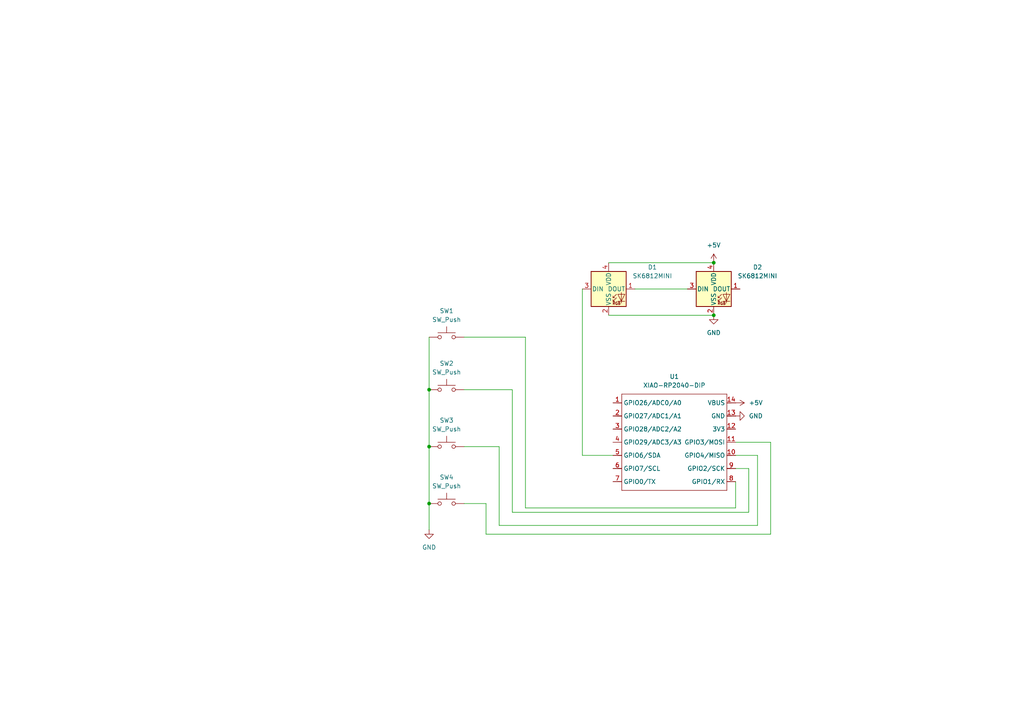
<source format=kicad_sch>
(kicad_sch (version 20231120) (generator "eeschema") (generator_version "8.0")
  (paper "A4")
  (lib_symbols
    (symbol "LED:SK6812MINI" (pin_names (offset 0.254))
      (property "Reference" "D" (at 5.08 5.715 0))
      (property "Value" "SK6812MINI" (at 1.27 -5.715 0))
      (symbol "SK6812MINI_0_0"
        (text "RGB" (at 2.286 -4.191 0) (effects (font (size 0.762 0.762))))
      )
      (symbol "SK6812MINI_0_1"
        (polyline (pts (xy 1.27 -3.556) (xy 1.778 -3.556)))
        (polyline (pts (xy 1.27 -2.54) (xy 1.778 -2.54)))
        (polyline (pts (xy 4.699 -3.556) (xy 2.667 -3.556)))
        (polyline (pts (xy 2.286 -2.54) (xy 1.27 -3.556) (xy 1.27 -3.048)))
        (polyline (pts (xy 2.286 -1.524) (xy 1.27 -2.54) (xy 1.27 -2.032)))
        (polyline (pts (xy 3.683 -1.016) (xy 3.683 -3.556) (xy 3.683 -4.064)))
        (polyline (pts (xy 4.699 -1.524) (xy 2.667 -1.524) (xy 3.683 -3.556) (xy 4.699 -1.524)))
        (rectangle (start 5.08 5.08) (end -5.08 -5.08) (stroke (width 0.254)) (fill (type background)))
      )
      (symbol "SK6812MINI_1_1"
        (pin output line (at 7.62 0 180) (length 2.54) (name "DOUT") (number "1"))
        (pin power_in line (at 0 -7.62 90) (length 2.54) (name "VSS") (number "2"))
        (pin input line (at -7.62 0 0) (length 2.54) (name "DIN") (number "3"))
        (pin power_in line (at 0 7.62 270) (length 2.54) (name "VDD") (number "4"))
      )
    )
    (symbol "OPL:XIAO-RP2040-DIP"
      (property "Reference" "U" (at 0 0 0))
      (property "Value" "XIAO-RP2040-DIP" (at 5.334 -1.778 0))
      (symbol "XIAO-RP2040-DIP_1_0"
        (polyline (pts (xy -1.27 -30.48) (xy -1.27 -16.51)) (stroke (width 0.1524)))
        (polyline (pts (xy -1.27 -27.94) (xy -2.54 -27.94)) (stroke (width 0.1524)))
        (polyline (pts (xy -1.27 -24.13) (xy -2.54 -24.13)) (stroke (width 0.1524)))
        (polyline (pts (xy -1.27 -20.32) (xy -2.54 -20.32)) (stroke (width 0.1524)))
        (polyline (pts (xy -1.27 -16.51) (xy -2.54 -16.51)) (stroke (width 0.1524)))
        (polyline (pts (xy -1.27 -16.51) (xy -1.27 -12.7)) (stroke (width 0.1524)))
        (polyline (pts (xy -1.27 -12.7) (xy -2.54 -12.7)) (stroke (width 0.1524)))
        (polyline (pts (xy -1.27 -12.7) (xy -1.27 -8.89)) (stroke (width 0.1524)))
        (polyline (pts (xy -1.27 -8.89) (xy -2.54 -8.89)) (stroke (width 0.1524)))
        (polyline (pts (xy -1.27 -8.89) (xy -1.27 -5.08)) (stroke (width 0.1524)))
        (polyline (pts (xy -1.27 -5.08) (xy -2.54 -5.08)) (stroke (width 0.1524)))
        (polyline (pts (xy -1.27 -5.08) (xy -1.27 -2.54)) (stroke (width 0.1524)))
        (polyline (pts (xy -1.27 -2.54) (xy 29.21 -2.54)) (stroke (width 0.1524)))
        (polyline (pts (xy 29.21 -30.48) (xy -1.27 -30.48)) (stroke (width 0.1524)))
        (polyline (pts (xy 29.21 -12.7) (xy 29.21 -30.48)) (stroke (width 0.1524)))
        (polyline (pts (xy 29.21 -8.89) (xy 29.21 -12.7)) (stroke (width 0.1524)))
        (polyline (pts (xy 29.21 -5.08) (xy 29.21 -8.89)) (stroke (width 0.1524)))
        (polyline (pts (xy 29.21 -2.54) (xy 29.21 -5.08)) (stroke (width 0.1524)))
        (polyline (pts (xy 30.48 -27.94) (xy 29.21 -27.94)) (stroke (width 0.1524)))
        (polyline (pts (xy 30.48 -24.13) (xy 29.21 -24.13)) (stroke (width 0.1524)))
        (polyline (pts (xy 30.48 -20.32) (xy 29.21 -20.32)) (stroke (width 0.1524)))
        (polyline (pts (xy 30.48 -16.51) (xy 29.21 -16.51)) (stroke (width 0.1524)))
        (polyline (pts (xy 30.48 -12.7) (xy 29.21 -12.7)) (stroke (width 0.1524)))
        (polyline (pts (xy 30.48 -8.89) (xy 29.21 -8.89)) (stroke (width 0.1524)))
        (polyline (pts (xy 30.48 -5.08) (xy 29.21 -5.08)) (stroke (width 0.1524)))
        (pin passive line (at -3.81 -5.08 0) (length 2.54) (name "GPIO26/ADC0/A0") (number "1"))
        (pin passive line (at 31.75 -20.32 180) (length 2.54) (name "GPIO4/MISO") (number "10"))
        (pin passive line (at 31.75 -16.51 180) (length 2.54) (name "GPIO3/MOSI") (number "11"))
        (pin passive line (at 31.75 -12.7 180) (length 2.54) (name "3V3") (number "12"))
        (pin passive line (at 31.75 -8.89 180) (length 2.54) (name "GND") (number "13"))
        (pin passive line (at 31.75 -5.08 180) (length 2.54) (name "VBUS") (number "14"))
        (pin passive line (at -3.81 -8.89 0) (length 2.54) (name "GPIO27/ADC1/A1") (number "2"))
        (pin passive line (at -3.81 -12.7 0) (length 2.54) (name "GPIO28/ADC2/A2") (number "3"))
        (pin passive line (at -3.81 -16.51 0) (length 2.54) (name "GPIO29/ADC3/A3") (number "4"))
        (pin passive line (at -3.81 -20.32 0) (length 2.54) (name "GPIO6/SDA") (number "5"))
        (pin passive line (at -3.81 -24.13 0) (length 2.54) (name "GPIO7/SCL") (number "6"))
        (pin passive line (at -3.81 -27.94 0) (length 2.54) (name "GPIO0/TX") (number "7"))
        (pin passive line (at 31.75 -27.94 180) (length 2.54) (name "GPIO1/RX") (number "8"))
        (pin passive line (at 31.75 -24.13 180) (length 2.54) (name "GPIO2/SCK") (number "9"))
      )
    )
    (symbol "Switch:SW_Push" (pin_numbers hide) (pin_names (offset 1.016) hide)
      (property "Reference" "SW" (at 1.27 2.54 0))
      (property "Value" "SW_Push" (at 0 -1.524 0))
      (symbol "SW_Push_0_1"
        (circle (center -2.032 0) (radius 0.508))
        (polyline (pts (xy 0 1.27) (xy 0 3.048)))
        (polyline (pts (xy 2.54 1.27) (xy -2.54 1.27)))
        (circle (center 2.032 0) (radius 0.508))
        (pin passive line (at -5.08 0 0) (length 2.54) (name "1") (number "1"))
        (pin passive line (at 5.08 0 180) (length 2.54) (name "2") (number "2"))
      )
    )
    (symbol "power:+5V" (power) (pin_numbers hide) (pin_names (offset 0) hide)
      (property "Value" "+5V" (at 0 3.556 0))
      (symbol "+5V_0_1"
        (polyline (pts (xy -0.762 1.27) (xy 0 2.54)))
        (polyline (pts (xy 0 0) (xy 0 2.54)))
        (polyline (pts (xy 0 2.54) (xy 0.762 1.27)))
      )
      (symbol "+5V_1_1"
        (pin power_in line (at 0 0 90) (length 0) (name "~") (number "1"))
      )
    )
    (symbol "power:GND" (power) (pin_numbers hide) (pin_names (offset 0) hide)
      (property "Value" "GND" (at 0 -3.81 0))
      (symbol "GND_0_1"
        (polyline (pts (xy 0 0) (xy 0 -1.27) (xy 1.27 -1.27) (xy 0 -2.54) (xy -1.27 -1.27) (xy 0 -1.27)))
      )
      (symbol "GND_1_1"
        (pin power_in line (at 0 0 270) (length 0) (name "~") (number "1"))
      )
    )
  )
  (junction (at 207.01 91.44))
  (junction (at 207.01 76.2))
  (junction (at 124.46 129.54))
  (junction (at 124.46 113.03))
  (junction (at 124.46 146.05))
  (wire (pts (xy 124.46 129.54) (xy 124.46 146.05)))
  (wire (pts (xy 144.78 129.54) (xy 144.78 152.4)))
  (wire (pts (xy 177.8 132.08) (xy 168.91 132.08)))
  (wire (pts (xy 124.46 97.79) (xy 124.46 113.03)))
  (wire (pts (xy 124.46 146.05) (xy 124.46 153.67)))
  (wire (pts (xy 213.36 139.7) (xy 213.36 147.32)))
  (wire (pts (xy 168.91 132.08) (xy 168.91 83.82)))
  (wire (pts (xy 144.78 152.4) (xy 219.71 152.4)))
  (wire (pts (xy 148.59 148.59) (xy 217.17 148.59)))
  (wire (pts (xy 213.36 132.08) (xy 219.71 132.08)))
  (wire (pts (xy 223.52 128.27) (xy 213.36 128.27)))
  (wire (pts (xy 184.15 83.82) (xy 199.39 83.82)))
  (wire (pts (xy 140.97 146.05) (xy 140.97 154.94)))
  (wire (pts (xy 124.46 113.03) (xy 124.46 129.54)))
  (wire (pts (xy 217.17 135.89) (xy 213.36 135.89)))
  (wire (pts (xy 176.53 91.44) (xy 207.01 91.44)))
  (wire (pts (xy 152.4 147.32) (xy 152.4 97.79)))
  (wire (pts (xy 134.62 113.03) (xy 148.59 113.03)))
  (wire (pts (xy 219.71 152.4) (xy 219.71 132.08)))
  (wire (pts (xy 148.59 113.03) (xy 148.59 148.59)))
  (wire (pts (xy 213.36 147.32) (xy 152.4 147.32)))
  (wire (pts (xy 223.52 154.94) (xy 223.52 128.27)))
  (wire (pts (xy 134.62 146.05) (xy 140.97 146.05)))
  (wire (pts (xy 176.53 76.2) (xy 207.01 76.2)))
  (wire (pts (xy 152.4 97.79) (xy 134.62 97.79)))
  (wire (pts (xy 140.97 154.94) (xy 223.52 154.94)))
  (wire (pts (xy 134.62 129.54) (xy 144.78 129.54)))
  (wire (pts (xy 217.17 148.59) (xy 217.17 135.89)))
  (symbol (lib_id "Switch:SW_Push") (at 129.54 113.03 0) (unit 1)
    (property "Reference" "SW2" (at 129.54 105.41 0))
    (property "Value" "SW_Push" (at 129.54 107.95 0))
    (property "Footprint" "Button_Switch_Keyboard:SW_Cherry_MX_1.00u_PCB" (effects (hide yes)))
    (property "Description" "Push button switch, generic, two pins" (effects (hide yes)))
  )
  (symbol (lib_id "power:GND") (at 124.46 153.67 0) (unit 1)
    (property "Reference" "#PWR01" (effects (hide yes)))
    (property "Value" "GND" (at 124.46 158.75 0))
    (property "Description" "Power symbol creates a global label with name \"GND\" , ground" (effects (hide yes)))
  )
  (symbol (lib_id "power:+5V") (at 213.36 116.84 270) (unit 1)
    (property "Reference" "#PWR04" (effects (hide yes)))
    (property "Value" "+5V" (at 217.17 116.8399 90) (effects (justify left)))
    (property "Description" "Power symbol creates a global label with name \"+5V\"" (effects (hide yes)))
  )
  (symbol (lib_id "LED:SK6812MINI") (at 207.01 83.82 0) (unit 1)
    (property "Reference" "D2" (at 219.71 77.5014 0))
    (property "Value" "SK6812MINI" (at 219.71 80.0414 0))
    (property "Footprint" "LED_SMD:LED_SK6812MINI_PLCC4_3.5x3.5mm_P1.75mm" (effects (hide yes)))
    (property "Datasheet" "https://cdn-shop.adafruit.com/product-files/2686/SK6812MINI_REV.01-1-2.pdf" (effects (hide yes)))
    (property "Description" "RGB LED with integrated controller" (effects (hide yes)))
  )
  (symbol (lib_id "Switch:SW_Push") (at 129.54 129.54 0) (unit 1)
    (property "Reference" "SW3" (at 129.54 121.92 0))
    (property "Value" "SW_Push" (at 129.54 124.46 0))
    (property "Footprint" "Button_Switch_Keyboard:SW_Cherry_MX_1.00u_PCB" (effects (hide yes)))
    (property "Description" "Push button switch, generic, two pins" (effects (hide yes)))
  )
  (symbol (lib_id "power:+5V") (at 207.01 76.2 0) (unit 1)
    (property "Reference" "#PWR03" (effects (hide yes)))
    (property "Value" "+5V" (at 207.01 71.12 0))
    (property "Description" "Power symbol creates a global label with name \"+5V\"" (effects (hide yes)))
  )
  (symbol (lib_id "power:GND") (at 207.01 91.44 0) (unit 1)
    (property "Reference" "#PWR02" (effects (hide yes)))
    (property "Value" "GND" (at 207.01 96.52 0))
    (property "Description" "Power symbol creates a global label with name \"GND\" , ground" (effects (hide yes)))
  )
  (symbol (lib_id "Switch:SW_Push") (at 129.54 146.05 0) (unit 1)
    (property "Reference" "SW4" (at 129.54 138.43 0))
    (property "Value" "SW_Push" (at 129.54 140.97 0))
    (property "Footprint" "Button_Switch_Keyboard:SW_Cherry_MX_1.00u_PCB" (effects (hide yes)))
    (property "Description" "Push button switch, generic, two pins" (effects (hide yes)))
  )
  (symbol (lib_id "LED:SK6812MINI") (at 176.53 83.82 0) (unit 1)
    (property "Reference" "D1" (at 189.23 77.5014 0))
    (property "Value" "SK6812MINI" (at 189.23 80.0414 0))
    (property "Footprint" "LED_SMD:LED_SK6812MINI_PLCC4_3.5x3.5mm_P1.75mm" (effects (hide yes)))
    (property "Datasheet" "https://cdn-shop.adafruit.com/product-files/2686/SK6812MINI_REV.01-1-2.pdf" (effects (hide yes)))
    (property "Description" "RGB LED with integrated controller" (effects (hide yes)))
  )
  (symbol (lib_id "Switch:SW_Push") (at 129.54 97.79 0) (unit 1)
    (property "Reference" "SW1" (at 129.54 90.17 0))
    (property "Value" "SW_Push" (at 129.54 92.71 0))
    (property "Footprint" "Button_Switch_Keyboard:SW_Cherry_MX_1.00u_PCB" (effects (hide yes)))
    (property "Description" "Push button switch, generic, two pins" (effects (hide yes)))
  )
  (symbol (lib_id "power:GND") (at 213.36 120.65 90) (unit 1)
    (property "Reference" "#PWR05" (effects (hide yes)))
    (property "Value" "GND" (at 217.17 120.6499 90) (effects (justify right)))
    (property "Description" "Power symbol creates a global label with name \"GND\" , ground" (effects (hide yes)))
  )
  (symbol (lib_id "OPL:XIAO-RP2040-DIP") (at 181.61 111.76 0) (unit 1)
    (property "Reference" "U1" (at 195.58 109.22 0))
    (property "Value" "XIAO-RP2040-DIP" (at 195.58 111.76 0))
    (property "Footprint" "OPL:XIAO-RP2040-DIP" (effects (hide yes)))
  )
)
</source>
